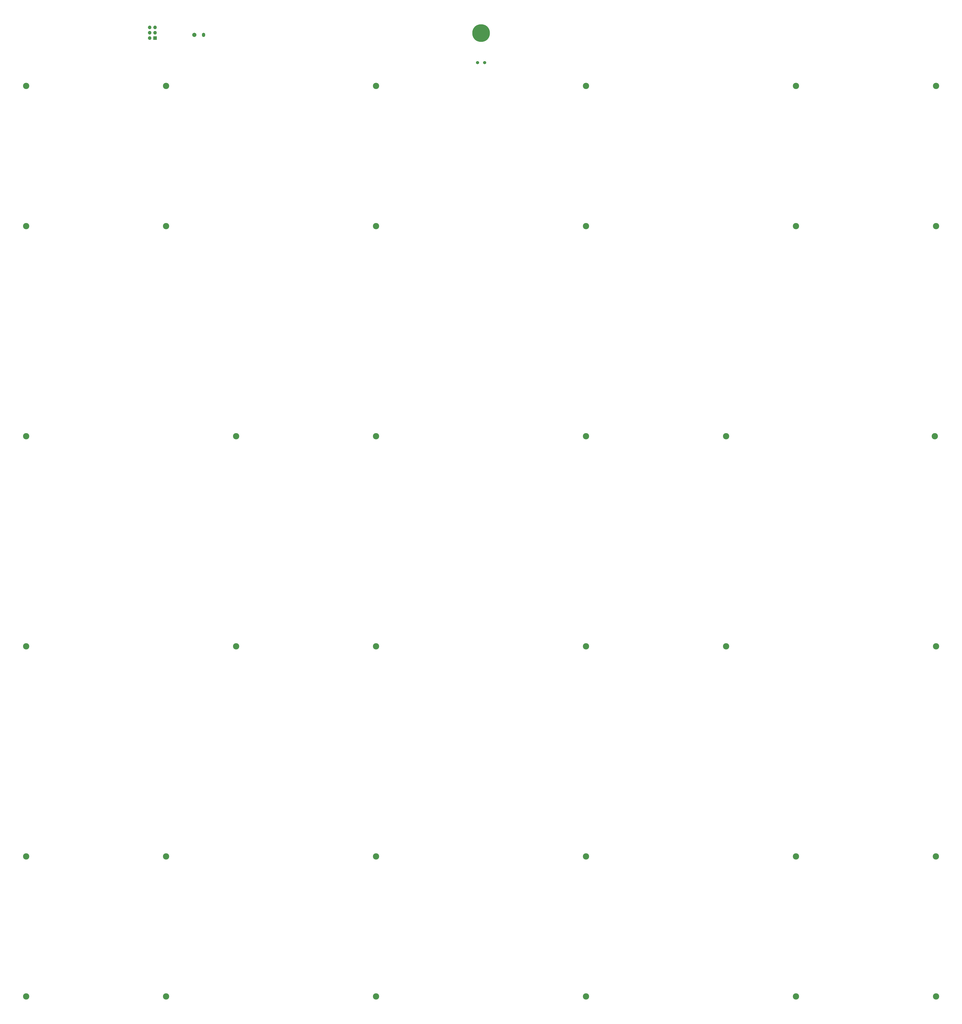
<source format=gbs>
%TF.GenerationSoftware,KiCad,Pcbnew,(6.0.0)*%
%TF.CreationDate,2023-08-02T11:37:25+02:00*%
%TF.ProjectId,backpannel_pcb_13x13_big,6261636b-7061-46e6-9e65-6c5f7063625f,rev?*%
%TF.SameCoordinates,Original*%
%TF.FileFunction,Soldermask,Bot*%
%TF.FilePolarity,Negative*%
%FSLAX46Y46*%
G04 Gerber Fmt 4.6, Leading zero omitted, Abs format (unit mm)*
G04 Created by KiCad (PCBNEW (6.0.0)) date 2023-08-02 11:37:25*
%MOMM*%
%LPD*%
G01*
G04 APERTURE LIST*
%ADD10C,3.000000*%
%ADD11O,1.500000X2.000000*%
%ADD12C,2.000000*%
%ADD13C,8.400000*%
%ADD14R,1.700000X1.700000*%
%ADD15O,1.700000X1.700000*%
%ADD16C,1.500000*%
G04 APERTURE END LIST*
D10*
%TO.C,REF\u002A\u002A*%
X499999650Y-512480360D03*
%TD*%
D11*
%TO.C,J2*%
X417900000Y-321500000D03*
D12*
X413500000Y-321500000D03*
%TD*%
D10*
%TO.C,REF\u002A\u002A*%
X399999660Y-779147000D03*
%TD*%
%TO.C,REF\u002A\u002A*%
X399999660Y-412480370D03*
%TD*%
%TO.C,REF\u002A\u002A*%
X599999640Y-779147000D03*
%TD*%
%TO.C,REF\u002A\u002A*%
X333333330Y-345790000D03*
%TD*%
%TO.C,REF\u002A\u002A*%
X699999630Y-779147000D03*
%TD*%
%TO.C,REF\u002A\u002A*%
X333333000Y-412480370D03*
%TD*%
%TO.C,REF\u002A\u002A*%
X499999650Y-712480340D03*
%TD*%
%TO.C,REF\u002A\u002A*%
X499999650Y-612480350D03*
%TD*%
%TO.C,REF\u002A\u002A*%
X599999640Y-512480360D03*
%TD*%
%TO.C,REF\u002A\u002A*%
X766666290Y-612480350D03*
%TD*%
%TO.C,REF\u002A\u002A*%
X599999640Y-345813710D03*
%TD*%
%TO.C,REF\u002A\u002A*%
X333333000Y-712480340D03*
%TD*%
%TO.C,REF\u002A\u002A*%
X433332990Y-512480360D03*
%TD*%
%TO.C,REF\u002A\u002A*%
X766666290Y-412480370D03*
%TD*%
%TO.C,REF\u002A\u002A*%
X499999650Y-345813710D03*
%TD*%
D13*
%TO.C,REF\u002A\u002A*%
X549990000Y-320700000D03*
%TD*%
D10*
%TO.C,REF\u002A\u002A*%
X499999650Y-779147000D03*
%TD*%
%TO.C,REF\u002A\u002A*%
X433332990Y-612480350D03*
%TD*%
%TO.C,REF\u002A\u002A*%
X699999630Y-712480340D03*
%TD*%
%TO.C,REF\u002A\u002A*%
X599999640Y-612480350D03*
%TD*%
%TO.C,REF\u002A\u002A*%
X333333000Y-779147000D03*
%TD*%
%TO.C,REF\u002A\u002A*%
X399999660Y-345813710D03*
%TD*%
%TO.C,REF\u002A\u002A*%
X599999640Y-712480340D03*
%TD*%
%TO.C,REF\u002A\u002A*%
X766600000Y-712500000D03*
%TD*%
%TO.C,REF\u002A\u002A*%
X333333000Y-512480360D03*
%TD*%
%TO.C,REF\u002A\u002A*%
X699999630Y-412480370D03*
%TD*%
%TO.C,REF\u002A\u002A*%
X333333000Y-612480350D03*
%TD*%
%TO.C,REF\u002A\u002A*%
X499999650Y-412480370D03*
%TD*%
%TO.C,REF\u002A\u002A*%
X766100000Y-512480360D03*
%TD*%
D14*
%TO.C,J1*%
X394770000Y-323040000D03*
D15*
X392230000Y-323040000D03*
X394770000Y-320500000D03*
X392230000Y-320500000D03*
X394770000Y-317960000D03*
X392230000Y-317960000D03*
%TD*%
D10*
%TO.C,REF\u002A\u002A*%
X699999630Y-345813710D03*
%TD*%
%TO.C,REF\u002A\u002A*%
X399999660Y-712480340D03*
%TD*%
%TO.C,REF\u002A\u002A*%
X766666290Y-345813710D03*
%TD*%
%TO.C,REF\u002A\u002A*%
X666666300Y-612480350D03*
%TD*%
%TO.C,REF\u002A\u002A*%
X599999640Y-412480370D03*
%TD*%
%TO.C,REF\u002A\u002A*%
X766666290Y-779147000D03*
%TD*%
D16*
%TO.C,R2*%
X548312200Y-334752600D03*
X551712200Y-334752600D03*
%TD*%
D10*
%TO.C,REF\u002A\u002A*%
X666666300Y-512480360D03*
%TD*%
M02*

</source>
